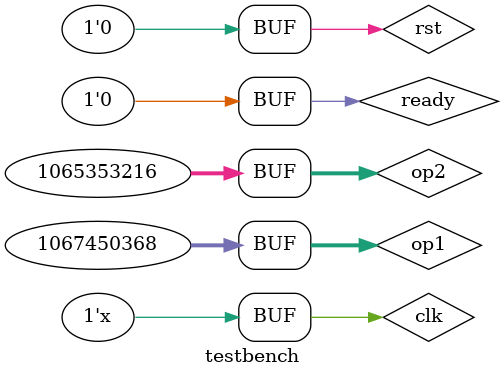
<source format=v>
`timescale 1ns / 1ps

module testbench();
    parameter TIME = 50;
    reg clk, rst;
    reg ready;
    reg[31:0] op1, op2;
    wire[31:0] res1, res2;
    wire done;


double_multipler top_level(
    .clk (clk),
    .rst (rst),
    .ready (ready),
    .op1 (op1),
    .op2 (op2),
    .res1 (res1),
    .res2 (res2),
    .done (done)
);


always #TIME clk  <= !clk; // Set clock


initial 
begin
    clk <= 1'b0;
    ready <= 1'b0;
    
    rst <= #50 1'b1;
    
    rst <= #100 1'b0;
    
    ready <= #200 1'b1;  
    op1 <= #200 32'b01000000000000000000000000000000; //2.0
    op2 <= #200 32'b01000000001000000000000000000000; //2.5
    
    ready <= #300 1'b0;
    op1 <= #400 32'b00111111101000000000000000000000; //1.25
    op2 <= #400 32'b00111111100000000000000000000000; //1.0
    
end


endmodule
</source>
